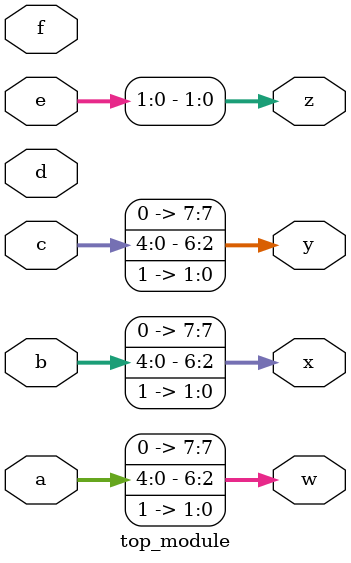
<source format=sv>
module top_module (
	input [4:0] a,
	input [4:0] b,
	input [4:0] c,
	input [4:0] d,
	input [4:0] e,
	input [4:0] f,
	output [7:0] w,
	output [7:0] x,
	output [7:0] y,
	output [7:8] z
);

    assign w = {a, 2'b11};
    assign x = {b, 2'b11};
    assign y = {c, 2'b11};
    assign z = {d, e[1:0]};

endmodule

</source>
